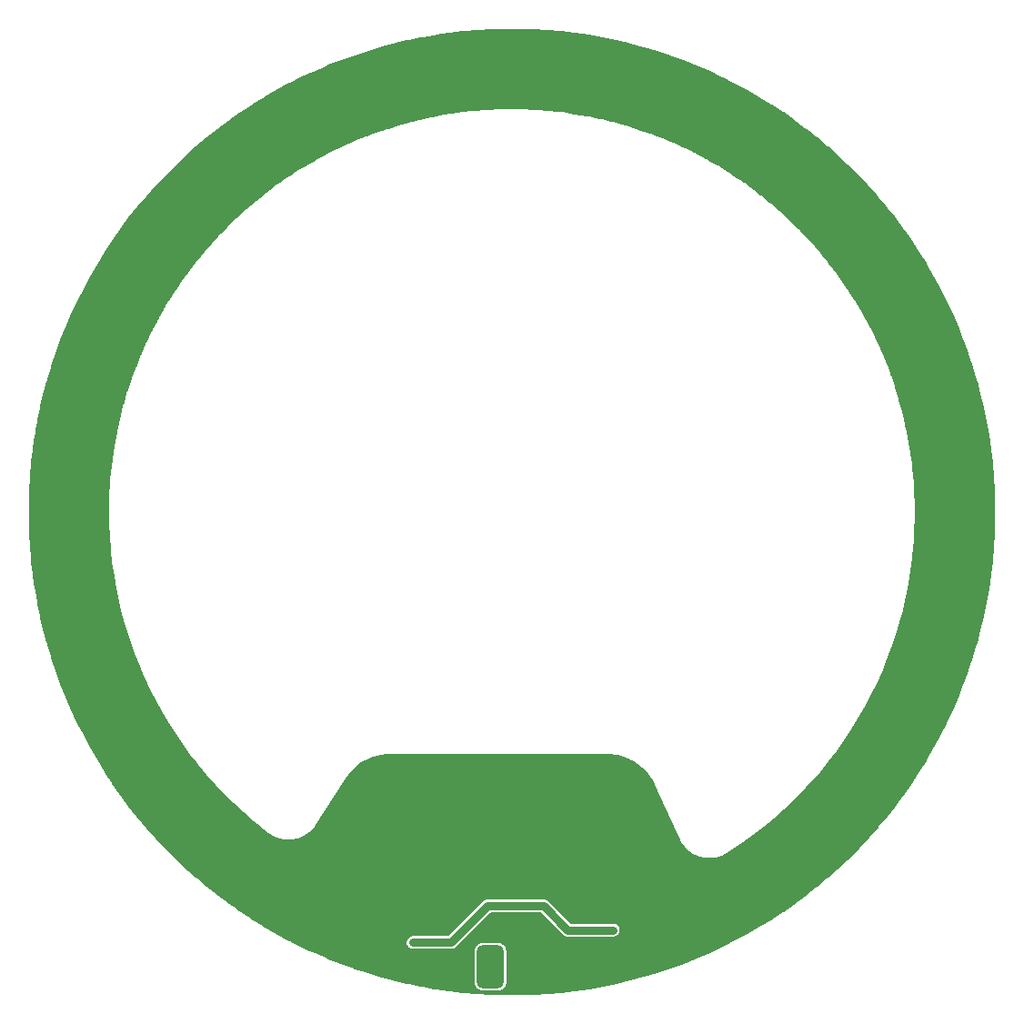
<source format=gbr>
%TF.GenerationSoftware,KiCad,Pcbnew,9.0.6*%
%TF.CreationDate,2026-01-19T13:30:55+08:00*%
%TF.ProjectId,Ledx10,4c656478-3130-42e6-9b69-6361645f7063,rev?*%
%TF.SameCoordinates,Original*%
%TF.FileFunction,Copper,L2,Bot*%
%TF.FilePolarity,Positive*%
%FSLAX46Y46*%
G04 Gerber Fmt 4.6, Leading zero omitted, Abs format (unit mm)*
G04 Created by KiCad (PCBNEW 9.0.6) date 2026-01-19 13:30:55*
%MOMM*%
%LPD*%
G01*
G04 APERTURE LIST*
G04 Aperture macros list*
%AMRoundRect*
0 Rectangle with rounded corners*
0 $1 Rounding radius*
0 $2 $3 $4 $5 $6 $7 $8 $9 X,Y pos of 4 corners*
0 Add a 4 corners polygon primitive as box body*
4,1,4,$2,$3,$4,$5,$6,$7,$8,$9,$2,$3,0*
0 Add four circle primitives for the rounded corners*
1,1,$1+$1,$2,$3*
1,1,$1+$1,$4,$5*
1,1,$1+$1,$6,$7*
1,1,$1+$1,$8,$9*
0 Add four rect primitives between the rounded corners*
20,1,$1+$1,$2,$3,$4,$5,0*
20,1,$1+$1,$4,$5,$6,$7,0*
20,1,$1+$1,$6,$7,$8,$9,0*
20,1,$1+$1,$8,$9,$2,$3,0*%
G04 Aperture macros list end*
%TA.AperFunction,ComponentPad*%
%ADD10RoundRect,0.500000X-0.750000X-1.500000X0.750000X-1.500000X0.750000X1.500000X-0.750000X1.500000X0*%
%TD*%
%TA.AperFunction,ViaPad*%
%ADD11C,0.600000*%
%TD*%
%TA.AperFunction,ViaPad*%
%ADD12C,0.800000*%
%TD*%
%TA.AperFunction,Conductor*%
%ADD13C,0.800000*%
%TD*%
G04 APERTURE END LIST*
D10*
%TO.P,J1,1,Pin_1*%
%TO.N,Net-(D32-A)*%
X121444000Y-122301000D03*
%TO.P,J1,2,Pin_2*%
%TO.N,GND*%
X125444000Y-122301000D03*
%TD*%
D11*
%TO.N,GND*%
X128295400Y-113766600D03*
X128879600Y-114427000D03*
X128905000Y-113817400D03*
X128270000Y-114376200D03*
X122123200Y-110188363D03*
X122123200Y-108789197D03*
X137259876Y-118536558D03*
X137458491Y-119147855D03*
X136794979Y-119363439D03*
X136578672Y-118697698D03*
X136118600Y-119583200D03*
X135902292Y-118917465D03*
X156917889Y-104641577D03*
X156397892Y-104263772D03*
X156807968Y-103699359D03*
X157374280Y-104110813D03*
X157226000Y-103124000D03*
X157792308Y-103535445D03*
X164955343Y-80199649D03*
X164312588Y-80199644D03*
X164312591Y-79501988D03*
X165012595Y-79501992D03*
X164312600Y-78790800D03*
X165012594Y-78790799D03*
X155852136Y-54987724D03*
X156358634Y-54592008D03*
X156788150Y-55141769D03*
X156236540Y-55572731D03*
X157226000Y-55702200D03*
X156674400Y-56133164D03*
X136463313Y-40514875D03*
X136264685Y-41126169D03*
X135601174Y-40910576D03*
X135817493Y-40244839D03*
X134924800Y-40690800D03*
X135141112Y-40025067D03*
X110843876Y-40380758D03*
X111042491Y-40992055D03*
X110378979Y-41207639D03*
X110162672Y-40541898D03*
X109702600Y-41427400D03*
X109486292Y-40761665D03*
X89607889Y-56965777D03*
X89087892Y-56587972D03*
X89497968Y-56023559D03*
X90064280Y-56435013D03*
X89916000Y-55448200D03*
X90482308Y-55859645D03*
X82481543Y-81215649D03*
X81838788Y-81215644D03*
X81838791Y-80517988D03*
X82538795Y-80517992D03*
X81838800Y-79806800D03*
X82538794Y-79806799D03*
X110368682Y-119425926D03*
X110588519Y-118821937D03*
X111244101Y-119060552D03*
X111004682Y-119718338D03*
X111912400Y-119303800D03*
X111672991Y-119961581D03*
X89653847Y-104278534D03*
X90173847Y-103900736D03*
X90017600Y-104876600D03*
X90583914Y-104465152D03*
X90435635Y-105451973D03*
X91001939Y-105040522D03*
D12*
X131191000Y-108407200D03*
D11*
X86588600Y-94767400D03*
X145491200Y-47167800D03*
X82067400Y-90627200D03*
X122529600Y-39598600D03*
X86588600Y-95377000D03*
X121920000Y-39598600D03*
X114731800Y-114681000D03*
X122529600Y-40208200D03*
X84632800Y-70739000D03*
X96520000Y-114147600D03*
X162026600Y-88722200D03*
X83032600Y-65328800D03*
X96520000Y-113538000D03*
X102209600Y-46990000D03*
X161417000Y-88112600D03*
X84632800Y-70129400D03*
X81457800Y-90627200D03*
X122123200Y-109489200D03*
X160350200Y-67360800D03*
X97129600Y-113538000D03*
X101600000Y-46990000D03*
X81457800Y-90017600D03*
X160959800Y-67970400D03*
X82067400Y-90017600D03*
X119354600Y-110083600D03*
X87198200Y-95377000D03*
X87198200Y-94767400D03*
X115366800Y-114122200D03*
X101600000Y-47599600D03*
X162026600Y-88112600D03*
X85242400Y-70129400D03*
X160959800Y-67360800D03*
X82423000Y-65328800D03*
X145491200Y-47777400D03*
X114757200Y-114071400D03*
X160350200Y-67970400D03*
X146100800Y-47777400D03*
X115341400Y-114731800D03*
X146100800Y-47167800D03*
X85242400Y-70739000D03*
X82423000Y-65938400D03*
X83032600Y-65938400D03*
X102209600Y-47599600D03*
X161417000Y-88722200D03*
X97129600Y-114147600D03*
X120548400Y-108331000D03*
X121920000Y-40208200D03*
%TO.N,Net-(D1-K)*%
X132867400Y-118897404D03*
X114249200Y-120040400D03*
X114985800Y-120040400D03*
X132156200Y-118897404D03*
%TD*%
D13*
%TO.N,Net-(D1-K)*%
X128625604Y-118897404D02*
X126365000Y-116636800D01*
X132156200Y-118897404D02*
X132867400Y-118897404D01*
X114985800Y-120040400D02*
X114249200Y-120040400D01*
X132156200Y-118897404D02*
X128625604Y-118897404D01*
X126365000Y-116636800D02*
X121183400Y-116636800D01*
X121183400Y-116636800D02*
X117779800Y-120040400D01*
X117779800Y-120040400D02*
X114985800Y-120040400D01*
%TD*%
%TA.AperFunction,Conductor*%
%TO.N,GND*%
G36*
X124066341Y-34980291D02*
G01*
X124067662Y-34980320D01*
X124185979Y-34982963D01*
X124186060Y-34982965D01*
X125383798Y-35017815D01*
X125386514Y-35017926D01*
X125463326Y-35021932D01*
X126702454Y-35094102D01*
X126705196Y-35094294D01*
X126727167Y-35096098D01*
X126727688Y-35096142D01*
X128010385Y-35208364D01*
X128013869Y-35208719D01*
X129310476Y-35360271D01*
X129314004Y-35360735D01*
X130605597Y-35549926D01*
X130609135Y-35550498D01*
X131894671Y-35777172D01*
X131898127Y-35777833D01*
X133176526Y-36041802D01*
X133180019Y-36042576D01*
X134305655Y-36309356D01*
X134450197Y-36343613D01*
X134453692Y-36344495D01*
X135714551Y-36682341D01*
X135718011Y-36683323D01*
X136968518Y-37057700D01*
X136971958Y-37058785D01*
X138211037Y-37469371D01*
X138214397Y-37470538D01*
X139441079Y-37917015D01*
X139444376Y-37918270D01*
X140645791Y-38395561D01*
X140657506Y-38400215D01*
X140660828Y-38401590D01*
X141859463Y-38918631D01*
X141862676Y-38920073D01*
X143036256Y-39467322D01*
X143045752Y-39471750D01*
X143048992Y-39473319D01*
X144215483Y-40059153D01*
X144218639Y-40060796D01*
X145367653Y-40680340D01*
X145370733Y-40682058D01*
X146501246Y-41334760D01*
X146504306Y-41336587D01*
X147584474Y-42002844D01*
X147584596Y-42002920D01*
X147623262Y-42027073D01*
X147625679Y-42028623D01*
X148646841Y-42700252D01*
X148647496Y-42700685D01*
X148661203Y-42709825D01*
X148726608Y-42753439D01*
X148728838Y-42754963D01*
X149393923Y-43220660D01*
X149698005Y-43433581D01*
X149698717Y-43434084D01*
X149807867Y-43511661D01*
X149810079Y-43513270D01*
X149972737Y-43634364D01*
X150734085Y-44201166D01*
X150734442Y-44201434D01*
X150787532Y-44241599D01*
X150866259Y-44301160D01*
X150868354Y-44302780D01*
X151381212Y-44708295D01*
X151716958Y-44973769D01*
X151751985Y-45001464D01*
X151752736Y-45002064D01*
X151900823Y-45121193D01*
X151902774Y-45122796D01*
X152749965Y-45833674D01*
X152750777Y-45834362D01*
X152858631Y-45926547D01*
X152910668Y-45971024D01*
X152912522Y-45972641D01*
X153676218Y-46652272D01*
X153725976Y-46696552D01*
X153726834Y-46697323D01*
X153786114Y-46751126D01*
X153894983Y-46849938D01*
X153896739Y-46851564D01*
X154678837Y-47589437D01*
X154679777Y-47590333D01*
X154852739Y-47756973D01*
X154854386Y-47758590D01*
X155606946Y-48511150D01*
X155607920Y-48512135D01*
X155783254Y-48691430D01*
X155784793Y-48693032D01*
X156172806Y-49104300D01*
X156509223Y-49460881D01*
X156510158Y-49461884D01*
X156685705Y-49652430D01*
X156687139Y-49654013D01*
X157384496Y-50437629D01*
X157385523Y-50438798D01*
X157559193Y-50638949D01*
X157560524Y-50640509D01*
X158231826Y-51440535D01*
X158232873Y-51441800D01*
X158403134Y-51650251D01*
X158404366Y-51651783D01*
X159050132Y-52468487D01*
X159051193Y-52469848D01*
X159216765Y-52685348D01*
X159217899Y-52686848D01*
X159838738Y-53520780D01*
X159839810Y-53522242D01*
X159999266Y-53743094D01*
X160000306Y-53744557D01*
X160596743Y-54596358D01*
X160597819Y-54597920D01*
X160750041Y-54822556D01*
X160750990Y-54823978D01*
X161323354Y-55694214D01*
X161324431Y-55695879D01*
X161387553Y-55795278D01*
X161422395Y-55850144D01*
X161468403Y-55922592D01*
X161469239Y-55923927D01*
X161472435Y-55929109D01*
X162017921Y-56813479D01*
X162018992Y-56815248D01*
X162153812Y-57042212D01*
X162154589Y-57043540D01*
X162679689Y-57953039D01*
X162680750Y-57954914D01*
X162805544Y-58180004D01*
X162806241Y-58181278D01*
X163308047Y-59111934D01*
X163309092Y-59113915D01*
X163423206Y-59335020D01*
X163423826Y-59336239D01*
X163902369Y-60289096D01*
X163903393Y-60291183D01*
X164006088Y-60505596D01*
X164006636Y-60506755D01*
X164462151Y-61483613D01*
X164463149Y-61485808D01*
X164553766Y-61690430D01*
X164554245Y-61691526D01*
X164986814Y-62694334D01*
X164987779Y-62696635D01*
X165065794Y-62887993D01*
X165066209Y-62889024D01*
X165475864Y-63920189D01*
X165476792Y-63922598D01*
X165541636Y-64096271D01*
X165541991Y-64097233D01*
X165928867Y-65160163D01*
X165929752Y-65162679D01*
X165981026Y-65313575D01*
X165981325Y-65314467D01*
X166345377Y-66413116D01*
X166346214Y-66415737D01*
X166383446Y-66537049D01*
X166383694Y-66537867D01*
X166725046Y-67678063D01*
X166725828Y-67680791D01*
X166748571Y-67763610D01*
X166748773Y-67764352D01*
X167067466Y-68953726D01*
X167068189Y-68956560D01*
X167076178Y-68989460D01*
X167076338Y-68990124D01*
X167371044Y-70233590D01*
X167371824Y-70237111D01*
X167635781Y-71515453D01*
X167636459Y-71518996D01*
X167863123Y-72804477D01*
X167863698Y-72808037D01*
X168052884Y-74099595D01*
X168053355Y-74103171D01*
X168204898Y-75399702D01*
X168205264Y-75403291D01*
X168319029Y-76703632D01*
X168319291Y-76707229D01*
X168395187Y-78010325D01*
X168395345Y-78013928D01*
X168433312Y-79318743D01*
X168433364Y-79322350D01*
X168433364Y-80627649D01*
X168433312Y-80631256D01*
X168395345Y-81936071D01*
X168395187Y-81939674D01*
X168319291Y-83242770D01*
X168319029Y-83246367D01*
X168205264Y-84546708D01*
X168204898Y-84550297D01*
X168053355Y-85846828D01*
X168052884Y-85850404D01*
X167863698Y-87141962D01*
X167863123Y-87145522D01*
X167636459Y-88431003D01*
X167635781Y-88434546D01*
X167371824Y-89712888D01*
X167371044Y-89716409D01*
X167076338Y-90959874D01*
X167076178Y-90960538D01*
X167068189Y-90993438D01*
X167067466Y-90996272D01*
X166748773Y-92185646D01*
X166748571Y-92186388D01*
X166725828Y-92269207D01*
X166725046Y-92271935D01*
X166383694Y-93412131D01*
X166383446Y-93412949D01*
X166346214Y-93534261D01*
X166345377Y-93536882D01*
X165981325Y-94635531D01*
X165981026Y-94636423D01*
X165929752Y-94787319D01*
X165928867Y-94789835D01*
X165541991Y-95852765D01*
X165541636Y-95853727D01*
X165476799Y-96027382D01*
X165475871Y-96029790D01*
X165066209Y-97060973D01*
X165065794Y-97062005D01*
X164987779Y-97253363D01*
X164986814Y-97255664D01*
X164554245Y-98258472D01*
X164553766Y-98259568D01*
X164463149Y-98464190D01*
X164462151Y-98466385D01*
X164006636Y-99443243D01*
X164006088Y-99444402D01*
X163903393Y-99658815D01*
X163902369Y-99660902D01*
X163423845Y-100613723D01*
X163423225Y-100614942D01*
X163309092Y-100836083D01*
X163308047Y-100838064D01*
X162806241Y-101768720D01*
X162805544Y-101769994D01*
X162680750Y-101995084D01*
X162679689Y-101996959D01*
X162154589Y-102906458D01*
X162153812Y-102907786D01*
X162018992Y-103134750D01*
X162017921Y-103136519D01*
X161469265Y-104026029D01*
X161468403Y-104027406D01*
X161324431Y-104254119D01*
X161323354Y-104255784D01*
X160750990Y-105126020D01*
X160750041Y-105127442D01*
X160597819Y-105352078D01*
X160596743Y-105353640D01*
X160000306Y-106205441D01*
X159999266Y-106206904D01*
X159839810Y-106427756D01*
X159838738Y-106429218D01*
X159217899Y-107263150D01*
X159216765Y-107264650D01*
X159051193Y-107480150D01*
X159050132Y-107481511D01*
X158404366Y-108298215D01*
X158403134Y-108299747D01*
X158232873Y-108508198D01*
X158231826Y-108509463D01*
X157560524Y-109309489D01*
X157559193Y-109311049D01*
X157385523Y-109511200D01*
X157384496Y-109512369D01*
X156687139Y-110295985D01*
X156685705Y-110297568D01*
X156510158Y-110488114D01*
X156509155Y-110489190D01*
X155784793Y-111256966D01*
X155783254Y-111258568D01*
X155607920Y-111437863D01*
X155606946Y-111438848D01*
X154854386Y-112191408D01*
X154852739Y-112193025D01*
X154679777Y-112359665D01*
X154678837Y-112360561D01*
X153896739Y-113098434D01*
X153894983Y-113100060D01*
X153726879Y-113252635D01*
X153725976Y-113253446D01*
X152912536Y-113977345D01*
X152910668Y-113978974D01*
X152750826Y-114115595D01*
X152749965Y-114116324D01*
X151902774Y-114827202D01*
X151900792Y-114828830D01*
X151752800Y-114947883D01*
X151751985Y-114948534D01*
X150868354Y-115647218D01*
X150866259Y-115648838D01*
X150734640Y-115748415D01*
X150733874Y-115748990D01*
X149810079Y-116436728D01*
X149807867Y-116438337D01*
X149698717Y-116515914D01*
X149698005Y-116516417D01*
X148728888Y-117195001D01*
X148726558Y-117196593D01*
X148647496Y-117249313D01*
X148646841Y-117249746D01*
X147625679Y-117921375D01*
X147623234Y-117922943D01*
X147584795Y-117946954D01*
X147584198Y-117947324D01*
X146504324Y-118613401D01*
X146501227Y-118615250D01*
X145370768Y-119267921D01*
X145367618Y-119269679D01*
X144218660Y-119889192D01*
X144215461Y-119890857D01*
X143048998Y-120476677D01*
X143045752Y-120478249D01*
X141862715Y-121029908D01*
X141859424Y-121031385D01*
X140660838Y-121548404D01*
X140657506Y-121549784D01*
X139444413Y-122031715D01*
X139441042Y-122032998D01*
X138214421Y-122479452D01*
X138211014Y-122480636D01*
X136971958Y-122891214D01*
X136968518Y-122892299D01*
X135718011Y-123266676D01*
X135714541Y-123267660D01*
X134453695Y-123605503D01*
X134450197Y-123606386D01*
X133180033Y-123907420D01*
X133176512Y-123908200D01*
X131898170Y-124172157D01*
X131894627Y-124172835D01*
X130609146Y-124399499D01*
X130605586Y-124400074D01*
X129314028Y-124589260D01*
X129310452Y-124589731D01*
X128013921Y-124741274D01*
X128010332Y-124741640D01*
X126727731Y-124853852D01*
X126727072Y-124853908D01*
X126705298Y-124855696D01*
X126702360Y-124855902D01*
X125463817Y-124928038D01*
X125463066Y-124928080D01*
X125386585Y-124932069D01*
X125383733Y-124932185D01*
X124186408Y-124967024D01*
X124185571Y-124967045D01*
X124066341Y-124969709D01*
X124063571Y-124969740D01*
X122900126Y-124969740D01*
X122899203Y-124969737D01*
X122898394Y-124969730D01*
X122745800Y-124968593D01*
X122743119Y-124968544D01*
X121607568Y-124935504D01*
X121606559Y-124935470D01*
X121426139Y-124928751D01*
X121423544Y-124928627D01*
X120311973Y-124863886D01*
X120310881Y-124863818D01*
X120108442Y-124850234D01*
X120105937Y-124850040D01*
X119014875Y-124754584D01*
X119013700Y-124754476D01*
X118794059Y-124733153D01*
X118791646Y-124732895D01*
X117718349Y-124607445D01*
X117717092Y-124607291D01*
X117483990Y-124577631D01*
X117481670Y-124577314D01*
X116424391Y-124422445D01*
X116423057Y-124422242D01*
X116179337Y-124383827D01*
X116177111Y-124383455D01*
X115134387Y-124199595D01*
X115132974Y-124199338D01*
X114881376Y-124151964D01*
X114879246Y-124151543D01*
X113849547Y-123938927D01*
X113848059Y-123938610D01*
X113591384Y-123882319D01*
X113589351Y-123881856D01*
X112571589Y-123640642D01*
X112570027Y-123640261D01*
X112310204Y-123575114D01*
X112308268Y-123574612D01*
X111301640Y-123304887D01*
X111300009Y-123304438D01*
X111039279Y-123230747D01*
X111037440Y-123230212D01*
X110041061Y-122931916D01*
X110039362Y-122931394D01*
X109779575Y-122849543D01*
X109777834Y-122848980D01*
X108791088Y-122522008D01*
X108789324Y-122521409D01*
X108532391Y-122431964D01*
X108530748Y-122431379D01*
X107552777Y-122075426D01*
X107550952Y-122074745D01*
X107298899Y-121978494D01*
X107297353Y-121977892D01*
X106327567Y-121592621D01*
X106325683Y-121591855D01*
X106080047Y-121489573D01*
X106078599Y-121488959D01*
X105116416Y-121073913D01*
X105114477Y-121073057D01*
X104877179Y-120965849D01*
X104875827Y-120965228D01*
X104402228Y-120744386D01*
X119993500Y-120744386D01*
X119993500Y-123857613D01*
X119999913Y-123928192D01*
X119999913Y-123928194D01*
X119999914Y-123928196D01*
X120050522Y-124090606D01*
X120116408Y-124199595D01*
X120138530Y-124236188D01*
X120258811Y-124356469D01*
X120258813Y-124356470D01*
X120258815Y-124356472D01*
X120404394Y-124444478D01*
X120566804Y-124495086D01*
X120637384Y-124501500D01*
X120637387Y-124501500D01*
X122250613Y-124501500D01*
X122250616Y-124501500D01*
X122321196Y-124495086D01*
X122483606Y-124444478D01*
X122629185Y-124356472D01*
X122749472Y-124236185D01*
X122837478Y-124090606D01*
X122888086Y-123928196D01*
X122894500Y-123857616D01*
X122894500Y-120744384D01*
X122888086Y-120673804D01*
X122837478Y-120511394D01*
X122749472Y-120365815D01*
X122749470Y-120365813D01*
X122749469Y-120365811D01*
X122629188Y-120245530D01*
X122483606Y-120157522D01*
X122321196Y-120106914D01*
X122321194Y-120106913D01*
X122321192Y-120106913D01*
X122271778Y-120102423D01*
X122250616Y-120100500D01*
X120637384Y-120100500D01*
X120618145Y-120102248D01*
X120566807Y-120106913D01*
X120404393Y-120157522D01*
X120258811Y-120245530D01*
X120138530Y-120365811D01*
X120050522Y-120511393D01*
X119999913Y-120673807D01*
X119993500Y-120744386D01*
X104402228Y-120744386D01*
X103920478Y-120519743D01*
X103918488Y-120518793D01*
X103691489Y-120407984D01*
X103690233Y-120407362D01*
X103006595Y-120064026D01*
X102802136Y-119961343D01*
X113648700Y-119961343D01*
X113648700Y-120119457D01*
X113658900Y-120157522D01*
X113689623Y-120272183D01*
X113689626Y-120272190D01*
X113768675Y-120409109D01*
X113768678Y-120409113D01*
X113768680Y-120409116D01*
X113880484Y-120520920D01*
X113880486Y-120520921D01*
X113880490Y-120520924D01*
X113959182Y-120566356D01*
X114017416Y-120599977D01*
X114170143Y-120640900D01*
X114906743Y-120640900D01*
X117693131Y-120640900D01*
X117693147Y-120640901D01*
X117700743Y-120640901D01*
X117858854Y-120640901D01*
X117858857Y-120640901D01*
X118011585Y-120599977D01*
X118061704Y-120571039D01*
X118148516Y-120520920D01*
X118260320Y-120409116D01*
X118260320Y-120409114D01*
X118270528Y-120398907D01*
X118270529Y-120398904D01*
X121395816Y-117273619D01*
X121457139Y-117240134D01*
X121483497Y-117237300D01*
X126064903Y-117237300D01*
X126131942Y-117256985D01*
X126152584Y-117273619D01*
X128140743Y-119261778D01*
X128140753Y-119261789D01*
X128145083Y-119266119D01*
X128145084Y-119266120D01*
X128256888Y-119377924D01*
X128343699Y-119428043D01*
X128343701Y-119428045D01*
X128381755Y-119450015D01*
X128393819Y-119456981D01*
X128546547Y-119497905D01*
X128546550Y-119497905D01*
X128712257Y-119497905D01*
X128712273Y-119497904D01*
X132946455Y-119497904D01*
X132946457Y-119497904D01*
X133099184Y-119456981D01*
X133236116Y-119377924D01*
X133347920Y-119266120D01*
X133426977Y-119129188D01*
X133467900Y-118976461D01*
X133467900Y-118818347D01*
X133426977Y-118665620D01*
X133405021Y-118627590D01*
X133347924Y-118528694D01*
X133347918Y-118528686D01*
X133236117Y-118416885D01*
X133236109Y-118416879D01*
X133099190Y-118337830D01*
X133099186Y-118337828D01*
X133099184Y-118337827D01*
X132946457Y-118296904D01*
X132946456Y-118296904D01*
X128925701Y-118296904D01*
X128858662Y-118277219D01*
X128838020Y-118260585D01*
X126852590Y-116275155D01*
X126852588Y-116275152D01*
X126733717Y-116156281D01*
X126733716Y-116156280D01*
X126646904Y-116106160D01*
X126646904Y-116106159D01*
X126646900Y-116106158D01*
X126596785Y-116077223D01*
X126444057Y-116036299D01*
X126285943Y-116036299D01*
X126278347Y-116036299D01*
X126278331Y-116036300D01*
X121262457Y-116036300D01*
X121104342Y-116036300D01*
X120951615Y-116077223D01*
X120951614Y-116077223D01*
X120951612Y-116077224D01*
X120951609Y-116077225D01*
X120901496Y-116106159D01*
X120901495Y-116106160D01*
X120858089Y-116131220D01*
X120814685Y-116156279D01*
X120814682Y-116156281D01*
X120702880Y-116268084D01*
X120702878Y-116268086D01*
X119119669Y-117851296D01*
X117567384Y-119403581D01*
X117506061Y-119437066D01*
X117479703Y-119439900D01*
X114170143Y-119439900D01*
X114017416Y-119480823D01*
X114017409Y-119480826D01*
X113880490Y-119559875D01*
X113880482Y-119559881D01*
X113768681Y-119671682D01*
X113768675Y-119671690D01*
X113689626Y-119808609D01*
X113689623Y-119808616D01*
X113648700Y-119961343D01*
X102802136Y-119961343D01*
X102740874Y-119930576D01*
X102738836Y-119929530D01*
X102524237Y-119816743D01*
X102523075Y-119816124D01*
X101578589Y-119306861D01*
X101576509Y-119305713D01*
X101376513Y-119192877D01*
X101375444Y-119192267D01*
X100434860Y-118649220D01*
X100432741Y-118647969D01*
X100399009Y-118627590D01*
X100249435Y-118537228D01*
X100248721Y-118536792D01*
X99310571Y-117958132D01*
X99308501Y-117956827D01*
X99145022Y-117851296D01*
X99144135Y-117850718D01*
X98206779Y-117234209D01*
X98204644Y-117232772D01*
X98064158Y-117136039D01*
X98063358Y-117135483D01*
X97758391Y-116921943D01*
X97124488Y-116478079D01*
X97122297Y-116476510D01*
X97068053Y-116436728D01*
X97008668Y-116393175D01*
X97008087Y-116392745D01*
X96064615Y-115690357D01*
X96062390Y-115688661D01*
X95980758Y-115624970D01*
X95980126Y-115624474D01*
X95028119Y-114871724D01*
X95025873Y-114869905D01*
X94982593Y-114834013D01*
X94982042Y-114833554D01*
X94126411Y-114115595D01*
X94016569Y-114023426D01*
X94013851Y-114021077D01*
X93311390Y-113395940D01*
X140428124Y-113395940D01*
X140428124Y-113395941D01*
X140428124Y-113404639D01*
X140434275Y-113410790D01*
X140442973Y-113410790D01*
X140449124Y-113404639D01*
X140449124Y-113395941D01*
X140442973Y-113389790D01*
X140434275Y-113389790D01*
X140434274Y-113389790D01*
X140428124Y-113395940D01*
X93311390Y-113395940D01*
X93038729Y-113153293D01*
X93036081Y-113150866D01*
X92980506Y-113098434D01*
X92086625Y-112255099D01*
X92084038Y-112252586D01*
X91523546Y-111692094D01*
X103428124Y-111692094D01*
X103428124Y-111692095D01*
X103428124Y-111700793D01*
X103434275Y-111706944D01*
X103442973Y-111706944D01*
X103449124Y-111700793D01*
X103449124Y-111692095D01*
X103442973Y-111685944D01*
X103434275Y-111685944D01*
X103434274Y-111685944D01*
X103428124Y-111692094D01*
X91523546Y-111692094D01*
X91161037Y-111329585D01*
X91158524Y-111326998D01*
X90988413Y-111146691D01*
X90262744Y-110377528D01*
X90260320Y-110374883D01*
X90248174Y-110361235D01*
X89480503Y-109498608D01*
X89392529Y-109399752D01*
X89390171Y-109397023D01*
X88551137Y-108397102D01*
X88548858Y-108394305D01*
X88472880Y-108298215D01*
X87739215Y-107370345D01*
X87737055Y-107367529D01*
X86957543Y-106320462D01*
X86955440Y-106317550D01*
X86876940Y-106205441D01*
X86206731Y-105248282D01*
X86204706Y-105245298D01*
X85629319Y-104370465D01*
X85487416Y-104154712D01*
X85485484Y-104151679D01*
X84800211Y-103040682D01*
X84798373Y-103037603D01*
X84145682Y-101907109D01*
X84143964Y-101904029D01*
X83524420Y-100755015D01*
X83522766Y-100751837D01*
X82973829Y-99658815D01*
X82936943Y-99585368D01*
X82935374Y-99582128D01*
X82911087Y-99530045D01*
X82383697Y-98399052D01*
X82382255Y-98395839D01*
X81956350Y-97408479D01*
X81868090Y-97203868D01*
X81867838Y-97203279D01*
X81864371Y-97195126D01*
X81863262Y-97192430D01*
X81401482Y-96030059D01*
X81401272Y-96029525D01*
X81400435Y-96027382D01*
X81376956Y-95967244D01*
X81376007Y-95964728D01*
X80963631Y-94831738D01*
X80963493Y-94831353D01*
X80925880Y-94725846D01*
X80925006Y-94723303D01*
X80557035Y-93612831D01*
X80556814Y-93612154D01*
X80531633Y-93534261D01*
X80511518Y-93472036D01*
X80510715Y-93469458D01*
X80493552Y-93412131D01*
X80183446Y-92376302D01*
X80183174Y-92375378D01*
X80134177Y-92206824D01*
X80133473Y-92204305D01*
X79844136Y-91124487D01*
X79843953Y-91123791D01*
X79794143Y-90931221D01*
X79793577Y-90928940D01*
X79540141Y-89859608D01*
X79539935Y-89858714D01*
X79491749Y-89646559D01*
X79491286Y-89644426D01*
X79272139Y-88583094D01*
X79272054Y-88582672D01*
X79227228Y-88353982D01*
X79226821Y-88351790D01*
X79040902Y-87297387D01*
X79040677Y-87296073D01*
X79000778Y-87054641D01*
X79000454Y-87052565D01*
X78846694Y-86002860D01*
X78846526Y-86001661D01*
X78812539Y-85749543D01*
X78812298Y-85747633D01*
X78690051Y-84701741D01*
X78689889Y-84700273D01*
X78662675Y-84440109D01*
X78662474Y-84438016D01*
X78630318Y-84070473D01*
X78571229Y-83395084D01*
X78571116Y-83393700D01*
X78551233Y-83127115D01*
X78551118Y-83125372D01*
X78490474Y-82084136D01*
X78490396Y-82082619D01*
X78478320Y-81812448D01*
X78478250Y-81810565D01*
X78447982Y-80770313D01*
X78447949Y-80768814D01*
X78443898Y-80496691D01*
X78443884Y-80494845D01*
X78443884Y-79810181D01*
X85933517Y-79810181D01*
X85947989Y-81029765D01*
X86002113Y-82248297D01*
X86095827Y-83464374D01*
X86229035Y-84676774D01*
X86401600Y-85884239D01*
X86613327Y-87085396D01*
X86613330Y-87085410D01*
X86864008Y-88279076D01*
X86882301Y-88353982D01*
X87153363Y-89463947D01*
X87481105Y-90638820D01*
X87846858Y-91802357D01*
X87846865Y-91802378D01*
X88118337Y-92576989D01*
X88250276Y-92953459D01*
X88690891Y-94090784D01*
X89168252Y-95213169D01*
X89168258Y-95213183D01*
X89335378Y-95573150D01*
X89681863Y-96319459D01*
X89857804Y-96668259D01*
X90231185Y-97408479D01*
X90231195Y-97408497D01*
X90815608Y-98479028D01*
X90815616Y-98479042D01*
X90815619Y-98479047D01*
X91434555Y-99530045D01*
X91760604Y-100044662D01*
X92087341Y-100560366D01*
X92773273Y-101568899D01*
X92773279Y-101568907D01*
X93491651Y-102554615D01*
X93491660Y-102554626D01*
X93491664Y-102554632D01*
X94065063Y-103289938D01*
X94241694Y-103516442D01*
X94684784Y-104048050D01*
X95022621Y-104453378D01*
X95160024Y-104607735D01*
X95833592Y-105364415D01*
X95863393Y-105395777D01*
X96673759Y-106248603D01*
X97542242Y-107105014D01*
X98438102Y-107932721D01*
X99360391Y-108730851D01*
X99951104Y-109209350D01*
X100308177Y-109498594D01*
X100308188Y-109498602D01*
X100308195Y-109498608D01*
X100753464Y-109835906D01*
X100753497Y-109835951D01*
X100753504Y-109835944D01*
X100794284Y-109866859D01*
X100794284Y-109866860D01*
X100925310Y-109966192D01*
X100925313Y-109966194D01*
X100925316Y-109966196D01*
X101064912Y-110049649D01*
X101207563Y-110134929D01*
X101307150Y-110180521D01*
X101506555Y-110271812D01*
X101506560Y-110271813D01*
X101506563Y-110271815D01*
X101560415Y-110289651D01*
X101562299Y-110290479D01*
X101570128Y-110292869D01*
X101818730Y-110375211D01*
X101888642Y-110390138D01*
X101898970Y-110393293D01*
X101928146Y-110398573D01*
X102140325Y-110443879D01*
X102226743Y-110452626D01*
X102245361Y-110455997D01*
X102283086Y-110458330D01*
X102467498Y-110476997D01*
X102467510Y-110476996D01*
X102467512Y-110476997D01*
X102475696Y-110476926D01*
X102570524Y-110476110D01*
X102596710Y-110477731D01*
X102635976Y-110475547D01*
X102796330Y-110474168D01*
X102915789Y-110459995D01*
X102948188Y-110458195D01*
X102984715Y-110451818D01*
X103122885Y-110435426D01*
X103258426Y-110404037D01*
X103294964Y-110397659D01*
X103326055Y-110388375D01*
X103443251Y-110361235D01*
X103443261Y-110361231D01*
X103443270Y-110361229D01*
X103512775Y-110336871D01*
X103594576Y-110308206D01*
X103632272Y-110296953D01*
X103656358Y-110286556D01*
X103753592Y-110252483D01*
X103920769Y-110172440D01*
X103955476Y-110157462D01*
X103971845Y-110147985D01*
X104050193Y-110110473D01*
X104234470Y-109995958D01*
X104260133Y-109981104D01*
X104268771Y-109974643D01*
X104329501Y-109936905D01*
X104535475Y-109775223D01*
X104542057Y-109770302D01*
X104543542Y-109768890D01*
X104588172Y-109733858D01*
X104823108Y-109503762D01*
X104910546Y-109397023D01*
X105031488Y-109249384D01*
X105031489Y-109249382D01*
X105031496Y-109249374D01*
X105121117Y-109111524D01*
X105121120Y-109111526D01*
X105121137Y-109111492D01*
X105121390Y-109111105D01*
X105121389Y-109111104D01*
X107958637Y-104750517D01*
X107961498Y-104746315D01*
X108176092Y-104444608D01*
X108179668Y-104439831D01*
X108234308Y-104370465D01*
X108236896Y-104367293D01*
X108448266Y-104116893D01*
X108452874Y-104111736D01*
X108504715Y-104056924D01*
X108506771Y-104054807D01*
X108748433Y-103812424D01*
X108754112Y-103807080D01*
X108788343Y-103776882D01*
X108789925Y-103775514D01*
X109070950Y-103536853D01*
X109079027Y-103530549D01*
X109407330Y-103295560D01*
X109415915Y-103289938D01*
X109762534Y-103082917D01*
X109771542Y-103078032D01*
X110134097Y-102900400D01*
X110143473Y-102896279D01*
X110519485Y-102749250D01*
X110529176Y-102745916D01*
X110882493Y-102640516D01*
X110884528Y-102639929D01*
X110928469Y-102627717D01*
X110936053Y-102625868D01*
X111270976Y-102555503D01*
X111274029Y-102554904D01*
X111348113Y-102541367D01*
X111354941Y-102540317D01*
X111680125Y-102499703D01*
X111684214Y-102499263D01*
X111772121Y-102491297D01*
X111778068Y-102490904D01*
X112147165Y-102475605D01*
X112152300Y-102475500D01*
X132225627Y-102475500D01*
X132230679Y-102475602D01*
X132594818Y-102490453D01*
X132600554Y-102490823D01*
X132684286Y-102498194D01*
X132688515Y-102498639D01*
X133009122Y-102538048D01*
X133015570Y-102539016D01*
X133089570Y-102552147D01*
X133092792Y-102552766D01*
X133419214Y-102620244D01*
X133426305Y-102621931D01*
X133480951Y-102636669D01*
X133483406Y-102637361D01*
X133821835Y-102736657D01*
X133829546Y-102739197D01*
X133847038Y-102745607D01*
X133848630Y-102746205D01*
X134205820Y-102883487D01*
X134215064Y-102887480D01*
X134254505Y-102906458D01*
X134573219Y-103059816D01*
X134582136Y-103064563D01*
X134925068Y-103265502D01*
X134933550Y-103270948D01*
X135125103Y-103405274D01*
X135258963Y-103499143D01*
X135266992Y-103505276D01*
X135471733Y-103675328D01*
X135572733Y-103759215D01*
X135580240Y-103765985D01*
X135853597Y-104033527D01*
X135854975Y-104034898D01*
X135867998Y-104048050D01*
X135873550Y-104054038D01*
X136104642Y-104320405D01*
X136106402Y-104322480D01*
X136142424Y-104365889D01*
X136146971Y-104371714D01*
X136344078Y-104640320D01*
X136346109Y-104643170D01*
X136388761Y-104704872D01*
X136392373Y-104710408D01*
X136561597Y-104985481D01*
X136563775Y-104989162D01*
X136605285Y-105062163D01*
X136608047Y-105067296D01*
X136758966Y-105364418D01*
X136772582Y-105391223D01*
X136774773Y-105395764D01*
X138776796Y-109770302D01*
X139088025Y-110450356D01*
X139088075Y-110450425D01*
X139144248Y-110573175D01*
X139144250Y-110573180D01*
X139225527Y-110710120D01*
X139307410Y-110848082D01*
X139402679Y-110975485D01*
X139498845Y-111104088D01*
X139498850Y-111104094D01*
X139532203Y-111140004D01*
X139534597Y-111142582D01*
X139535088Y-111143219D01*
X139537504Y-111145712D01*
X139538371Y-111146645D01*
X139538415Y-111146691D01*
X139710833Y-111332321D01*
X139716400Y-111338314D01*
X139766037Y-111381485D01*
X139772213Y-111387857D01*
X139792749Y-111404718D01*
X139957604Y-111548099D01*
X140022800Y-111593608D01*
X140035526Y-111604057D01*
X140065919Y-111623706D01*
X140219730Y-111731072D01*
X140298100Y-111774188D01*
X140301957Y-111776310D01*
X140321638Y-111789034D01*
X140356606Y-111806376D01*
X140499811Y-111885162D01*
X140600349Y-111927258D01*
X140626863Y-111940407D01*
X140662623Y-111953332D01*
X140794678Y-112008625D01*
X140914729Y-112044461D01*
X140947273Y-112056226D01*
X140980937Y-112064225D01*
X141100991Y-112100063D01*
X141241748Y-112126208D01*
X141278740Y-112135000D01*
X141308105Y-112138533D01*
X141415286Y-112158442D01*
X141578260Y-112171051D01*
X141616999Y-112175715D01*
X141640423Y-112175860D01*
X141734004Y-112183101D01*
X141921507Y-112177620D01*
X141957692Y-112177847D01*
X141974059Y-112176084D01*
X142053538Y-112173761D01*
X142270003Y-112144213D01*
X142296433Y-112141368D01*
X142305091Y-112139423D01*
X142370271Y-112130527D01*
X142625491Y-112067502D01*
X142628860Y-112066747D01*
X142629618Y-112066483D01*
X142680619Y-112053889D01*
X142680623Y-112053887D01*
X142680629Y-112053886D01*
X142981060Y-111944717D01*
X142981060Y-111944716D01*
X142981068Y-111944714D01*
X143268219Y-111804238D01*
X143403518Y-111719141D01*
X143403941Y-111718875D01*
X143403940Y-111718874D01*
X143919763Y-111394471D01*
X144930581Y-110711883D01*
X145918669Y-109996789D01*
X146882982Y-109249943D01*
X147822500Y-108472136D01*
X148736231Y-107664191D01*
X149623206Y-106826962D01*
X150482489Y-105961334D01*
X150824359Y-105593770D01*
X151313171Y-105068224D01*
X152109017Y-104154721D01*
X152114372Y-104148574D01*
X152885246Y-103203359D01*
X153624977Y-102233578D01*
X154332784Y-101240256D01*
X155007917Y-100224444D01*
X155649662Y-99187216D01*
X155649669Y-99187205D01*
X156257343Y-98129666D01*
X156722426Y-97255664D01*
X156830311Y-97052923D01*
X157367966Y-95958115D01*
X157869738Y-94846403D01*
X158335095Y-93718963D01*
X158763546Y-92576987D01*
X159154638Y-91421684D01*
X159507956Y-90254274D01*
X159823128Y-89075994D01*
X160099819Y-87888088D01*
X160337738Y-86691813D01*
X160536633Y-85488435D01*
X160696292Y-84279226D01*
X160816548Y-83065464D01*
X160831282Y-82843331D01*
X160831437Y-82841671D01*
X160831874Y-82834402D01*
X160897274Y-81848435D01*
X160904887Y-81622673D01*
X160905035Y-81619531D01*
X160905223Y-81616414D01*
X160905760Y-81596796D01*
X160938383Y-80629423D01*
X160938659Y-80397090D01*
X160938871Y-80389399D01*
X160938705Y-80358354D01*
X160939833Y-79409720D01*
X160932452Y-79174251D01*
X160932394Y-79171055D01*
X160932346Y-79161940D01*
X160930772Y-79120595D01*
X160930756Y-79120159D01*
X160901621Y-78190614D01*
X160886175Y-77949058D01*
X160885654Y-77935351D01*
X160882037Y-77884340D01*
X160823789Y-76973396D01*
X160800171Y-76729106D01*
X160799919Y-76726084D01*
X160798846Y-76710948D01*
X160792655Y-76651354D01*
X160792654Y-76651348D01*
X160706419Y-75759352D01*
X160674045Y-75509590D01*
X160672015Y-75490042D01*
X160662785Y-75422724D01*
X160549634Y-74549767D01*
X160508612Y-74297852D01*
X160508157Y-74294812D01*
X160505296Y-74273940D01*
X160492675Y-74199961D01*
X160492530Y-74199091D01*
X160476498Y-74100635D01*
X160353601Y-73345919D01*
X160303160Y-73089111D01*
X160298868Y-73063946D01*
X160282404Y-72983436D01*
X160118526Y-72149082D01*
X160058984Y-71890675D01*
X160058365Y-71887827D01*
X160052952Y-71861355D01*
X160032427Y-71775416D01*
X160032374Y-71775193D01*
X159844659Y-70960522D01*
X159775491Y-70699449D01*
X159775491Y-70699448D01*
X159775099Y-70697971D01*
X159767812Y-70667457D01*
X159742965Y-70576683D01*
X159742872Y-70576329D01*
X159742815Y-70576118D01*
X159532289Y-69781496D01*
X159453237Y-69518040D01*
X159452405Y-69515139D01*
X159443753Y-69483529D01*
X159414504Y-69388943D01*
X159414230Y-69388044D01*
X159181747Y-68613250D01*
X159092086Y-68346299D01*
X159081122Y-68310841D01*
X159047113Y-68212400D01*
X158793403Y-67457020D01*
X158693860Y-67189773D01*
X158692868Y-67187007D01*
X158680309Y-67150653D01*
X158641750Y-67049857D01*
X158641364Y-67048835D01*
X158367668Y-66314029D01*
X158257018Y-66044135D01*
X158241739Y-66004194D01*
X158198156Y-65900562D01*
X157904992Y-65185486D01*
X157784107Y-64915951D01*
X157783042Y-64913498D01*
X157765887Y-64872707D01*
X157765882Y-64872695D01*
X157754202Y-64847284D01*
X157717545Y-64767531D01*
X157717303Y-64766998D01*
X157405864Y-64072585D01*
X157273465Y-63801358D01*
X157253261Y-63757399D01*
X157199891Y-63650638D01*
X157024165Y-63290652D01*
X156870818Y-62976510D01*
X156773634Y-62792828D01*
X156727935Y-62706453D01*
X156726654Y-62703963D01*
X156704413Y-62659473D01*
X156704409Y-62659464D01*
X156646443Y-62552417D01*
X156645879Y-62551362D01*
X156348790Y-61989849D01*
X156300404Y-61898396D01*
X156145578Y-61627463D01*
X156119920Y-61580079D01*
X156056864Y-61472221D01*
X155695241Y-60839408D01*
X155529735Y-60570481D01*
X155528308Y-60568101D01*
X155500431Y-60520417D01*
X155500430Y-60520415D01*
X155500421Y-60520400D01*
X155432774Y-60412922D01*
X155432327Y-60412204D01*
X155055963Y-59800657D01*
X155055955Y-59800644D01*
X154878925Y-59532905D01*
X154878152Y-59531736D01*
X154846573Y-59481563D01*
X154774066Y-59374318D01*
X154383246Y-58783243D01*
X154194626Y-58517201D01*
X154193056Y-58514934D01*
X154159071Y-58464667D01*
X154082264Y-58358707D01*
X154081506Y-58357650D01*
X154030939Y-58286327D01*
X153677803Y-57788242D01*
X153677792Y-57788227D01*
X153477445Y-57524275D01*
X153477445Y-57524276D01*
X153476612Y-57523179D01*
X153438675Y-57470841D01*
X153357078Y-57365696D01*
X153180466Y-57133013D01*
X152940390Y-56816718D01*
X152809991Y-56656050D01*
X152728221Y-56555299D01*
X152726561Y-56553207D01*
X152686129Y-56501105D01*
X152617517Y-56418428D01*
X152600545Y-56397976D01*
X152599891Y-56397180D01*
X152171754Y-55869660D01*
X151946884Y-55610303D01*
X151902257Y-55556527D01*
X151812143Y-55454899D01*
X151811683Y-55454368D01*
X151632576Y-55247793D01*
X151372741Y-54948109D01*
X151136870Y-54693299D01*
X151135143Y-54691394D01*
X151087889Y-54638102D01*
X150994186Y-54539148D01*
X150993357Y-54538263D01*
X150544185Y-54053026D01*
X150295475Y-53801285D01*
X150243901Y-53746821D01*
X150146038Y-53650025D01*
X150145492Y-53649473D01*
X150145491Y-53649472D01*
X149686966Y-53185361D01*
X149427257Y-52939048D01*
X149425388Y-52937238D01*
X149371186Y-52883627D01*
X149270199Y-52790078D01*
X149269136Y-52789082D01*
X148801988Y-52346030D01*
X148530389Y-52104721D01*
X148530389Y-52104720D01*
X148529372Y-52103817D01*
X148470711Y-52049476D01*
X148365741Y-51958436D01*
X148365140Y-51957902D01*
X147890184Y-51535917D01*
X147606703Y-51300091D01*
X147604760Y-51298440D01*
X147543403Y-51245225D01*
X147435751Y-51157866D01*
X147434675Y-51156982D01*
X146988439Y-50785762D01*
X146952497Y-50755862D01*
X146657248Y-50526072D01*
X146656232Y-50525281D01*
X146590284Y-50471764D01*
X146479073Y-50387399D01*
X146478441Y-50386907D01*
X145989979Y-50006739D01*
X145682910Y-49783394D01*
X145680906Y-49781905D01*
X145612374Y-49729917D01*
X145499000Y-49649617D01*
X145497733Y-49648707D01*
X145101059Y-49360190D01*
X145003585Y-49289293D01*
X144848607Y-49184102D01*
X144684927Y-49073004D01*
X144683896Y-49072304D01*
X144610675Y-49020444D01*
X144494071Y-48943460D01*
X144125116Y-48693032D01*
X143994388Y-48604300D01*
X143664122Y-48395487D01*
X143662069Y-48394161D01*
X143586319Y-48344150D01*
X143468128Y-48271558D01*
X143466759Y-48270705D01*
X142984264Y-47965646D01*
X142963461Y-47952493D01*
X142887455Y-47907829D01*
X142621786Y-47751713D01*
X142621786Y-47751712D01*
X142620687Y-47751066D01*
X142540365Y-47701733D01*
X142419436Y-47632805D01*
X142418777Y-47632418D01*
X142418713Y-47632381D01*
X141911867Y-47334541D01*
X141558912Y-47142292D01*
X141556821Y-47141127D01*
X141473941Y-47093887D01*
X141351859Y-47029500D01*
X141350392Y-47028714D01*
X140840761Y-46751126D01*
X140476717Y-46567926D01*
X140475634Y-46567381D01*
X140388224Y-46521281D01*
X140263852Y-46460804D01*
X140263033Y-46460392D01*
X139751242Y-46202840D01*
X139376178Y-46029141D01*
X139374063Y-46028137D01*
X139284343Y-45984509D01*
X139159403Y-45928735D01*
X139157840Y-45928024D01*
X138644467Y-45690271D01*
X138258681Y-45526623D01*
X138258681Y-45526622D01*
X138257560Y-45526146D01*
X138163470Y-45484144D01*
X138036684Y-45432453D01*
X138035772Y-45432066D01*
X137521606Y-45213960D01*
X137125372Y-45060883D01*
X137123245Y-45060039D01*
X137026835Y-45020733D01*
X136899912Y-44973769D01*
X136898258Y-44973143D01*
X136383856Y-44774415D01*
X135977358Y-44632383D01*
X135976278Y-44632005D01*
X135875636Y-44594766D01*
X135747269Y-44551989D01*
X135746416Y-44551691D01*
X135232411Y-44372095D01*
X134815902Y-44241599D01*
X134813773Y-44240911D01*
X134711125Y-44206704D01*
X134583221Y-44168684D01*
X134581480Y-44168152D01*
X134068502Y-44007432D01*
X133642294Y-43888971D01*
X133641216Y-43888671D01*
X133534521Y-43856956D01*
X133405659Y-43823199D01*
X133404722Y-43822939D01*
X132893355Y-43680810D01*
X132893358Y-43680810D01*
X132893341Y-43680806D01*
X132631998Y-43617245D01*
X132457743Y-43574864D01*
X132455625Y-43574329D01*
X132374990Y-43553206D01*
X132347110Y-43545903D01*
X132219201Y-43516833D01*
X132217389Y-43516407D01*
X131708189Y-43392566D01*
X131708185Y-43392565D01*
X131568688Y-43363407D01*
X131263493Y-43299614D01*
X131263493Y-43299613D01*
X131262349Y-43299374D01*
X131150155Y-43273876D01*
X131021666Y-43249066D01*
X131020692Y-43248863D01*
X130642492Y-43169811D01*
X130514282Y-43143013D01*
X130305868Y-43106478D01*
X130060831Y-43063524D01*
X130058734Y-43063137D01*
X129944946Y-43041166D01*
X129817889Y-43020921D01*
X129815992Y-43020604D01*
X129312882Y-42932412D01*
X128851093Y-42866860D01*
X128851093Y-42866859D01*
X128849972Y-42866699D01*
X128732754Y-42848023D01*
X128605490Y-42831996D01*
X128604489Y-42831854D01*
X128105307Y-42760993D01*
X127635519Y-42709825D01*
X127633452Y-42709582D01*
X127514895Y-42694652D01*
X127389556Y-42683020D01*
X127387589Y-42682822D01*
X127043930Y-42645392D01*
X126892766Y-42628928D01*
X126892759Y-42628927D01*
X126892755Y-42628927D01*
X126415343Y-42592589D01*
X126414281Y-42592508D01*
X126292672Y-42581222D01*
X126167585Y-42573731D01*
X126166541Y-42573652D01*
X125676590Y-42536360D01*
X125191985Y-42515293D01*
X125189959Y-42515188D01*
X125067413Y-42507849D01*
X124944596Y-42504522D01*
X124942569Y-42504450D01*
X124458039Y-42483387D01*
X123966679Y-42478019D01*
X123966679Y-42478018D01*
X123965550Y-42478005D01*
X123840364Y-42474615D01*
X123718238Y-42475305D01*
X123717186Y-42475294D01*
X123238380Y-42470064D01*
X122740726Y-42480815D01*
X122738750Y-42480842D01*
X122612916Y-42481554D01*
X122493513Y-42486139D01*
X122491433Y-42486201D01*
X122018964Y-42496408D01*
X121515564Y-42523680D01*
X121514478Y-42523738D01*
X121386335Y-42528660D01*
X121267898Y-42537097D01*
X121266739Y-42537160D01*
X120801073Y-42562388D01*
X120801068Y-42562388D01*
X120801057Y-42562389D01*
X120671391Y-42573652D01*
X120292223Y-42606586D01*
X120290306Y-42606737D01*
X120161972Y-42615881D01*
X120161965Y-42615881D01*
X120161961Y-42615882D01*
X120149262Y-42617205D01*
X120046688Y-42627895D01*
X120044566Y-42628098D01*
X119681646Y-42659622D01*
X119585928Y-42667937D01*
X119524856Y-42675249D01*
X119072266Y-42729437D01*
X119072267Y-42729438D01*
X119071237Y-42729561D01*
X118941097Y-42743125D01*
X118827076Y-42758795D01*
X118825963Y-42758929D01*
X118374854Y-42812943D01*
X117856892Y-42892120D01*
X117855039Y-42892389D01*
X117725050Y-42910254D01*
X117614471Y-42929157D01*
X117612316Y-42929506D01*
X117169173Y-42997247D01*
X116647469Y-43094450D01*
X116647470Y-43094451D01*
X116646426Y-43094645D01*
X116515127Y-43117091D01*
X116406079Y-43139428D01*
X116404922Y-43139644D01*
X116404921Y-43139643D01*
X116404921Y-43139644D01*
X115970108Y-43220660D01*
X115445118Y-43336258D01*
X115443337Y-43336636D01*
X115312645Y-43363407D01*
X115207349Y-43388592D01*
X115205170Y-43389092D01*
X114778935Y-43482946D01*
X114251336Y-43617245D01*
X114250404Y-43617482D01*
X114118818Y-43648956D01*
X114015390Y-43677303D01*
X114014201Y-43677606D01*
X114014176Y-43677613D01*
X113596929Y-43783823D01*
X113067200Y-43937168D01*
X113065498Y-43937647D01*
X112935001Y-43973414D01*
X112835544Y-44004205D01*
X112833352Y-44004862D01*
X112425319Y-44122980D01*
X111894141Y-44295650D01*
X111894142Y-44295651D01*
X111893230Y-44295947D01*
X111762434Y-44336442D01*
X111665016Y-44370133D01*
X111663924Y-44370489D01*
X111265362Y-44500052D01*
X110733293Y-44692357D01*
X110731675Y-44692929D01*
X110602383Y-44737645D01*
X110509211Y-44773323D01*
X110507019Y-44774139D01*
X110266727Y-44860989D01*
X110118288Y-44914640D01*
X109916382Y-44995130D01*
X109586014Y-45126831D01*
X109585191Y-45127158D01*
X109456071Y-45176603D01*
X109365083Y-45214904D01*
X109363943Y-45215359D01*
X109363941Y-45215359D01*
X108985309Y-45366302D01*
X108453424Y-45598656D01*
X108451895Y-45599312D01*
X108324732Y-45652841D01*
X108238046Y-45692719D01*
X108235864Y-45693697D01*
X107867609Y-45854570D01*
X107336834Y-46107299D01*
X107336834Y-46107298D01*
X107335975Y-46107706D01*
X107209609Y-46165840D01*
X107125392Y-46207974D01*
X107124193Y-46208546D01*
X107124154Y-46208566D01*
X106766347Y-46378937D01*
X106237334Y-46652272D01*
X106235897Y-46653003D01*
X106111854Y-46715064D01*
X106032076Y-46758298D01*
X106029917Y-46759440D01*
X105682754Y-46938817D01*
X105156175Y-47232970D01*
X105155337Y-47233438D01*
X105032672Y-47299915D01*
X104955391Y-47345128D01*
X104954201Y-47345794D01*
X104954199Y-47345794D01*
X104617912Y-47533652D01*
X104094495Y-47848795D01*
X104093154Y-47849591D01*
X103973217Y-47919763D01*
X103973202Y-47919772D01*
X103957791Y-47929478D01*
X103900369Y-47965646D01*
X103898245Y-47966954D01*
X103572982Y-48162793D01*
X103053372Y-48499136D01*
X103052585Y-48499645D01*
X102934586Y-48573970D01*
X102864391Y-48621461D01*
X102863243Y-48622205D01*
X102863200Y-48622235D01*
X102549060Y-48825580D01*
X102034025Y-49183250D01*
X102032782Y-49184102D01*
X101917941Y-49261802D01*
X101852154Y-49309522D01*
X101850077Y-49310996D01*
X101547243Y-49521302D01*
X101037496Y-49900450D01*
X101037497Y-49900451D01*
X101036799Y-49900969D01*
X100924339Y-49982547D01*
X100861147Y-50031620D01*
X100860096Y-50032402D01*
X100860094Y-50032402D01*
X100568598Y-50249216D01*
X100064765Y-50650058D01*
X100063620Y-50650958D01*
X99954872Y-50735409D01*
X99896210Y-50784123D01*
X99894193Y-50785762D01*
X99614108Y-51008594D01*
X99117050Y-51431153D01*
X99116447Y-51431665D01*
X99010544Y-51519611D01*
X98954476Y-51569359D01*
X98953453Y-51570230D01*
X98684817Y-51798603D01*
X98195265Y-52243000D01*
X98194219Y-52243939D01*
X98092388Y-52334293D01*
X98040753Y-52383222D01*
X98038808Y-52385026D01*
X97781718Y-52618402D01*
X97300416Y-53084738D01*
X97299782Y-53085351D01*
X97201398Y-53178579D01*
X97152317Y-53228234D01*
X97151325Y-53229196D01*
X97151322Y-53229197D01*
X96905753Y-53467133D01*
X96433595Y-53955361D01*
X96432650Y-53956327D01*
X96338509Y-54051572D01*
X96293696Y-54099979D01*
X96291840Y-54101941D01*
X96057835Y-54343913D01*
X95595512Y-54854178D01*
X95594989Y-54854754D01*
X95504652Y-54952341D01*
X95462348Y-55001150D01*
X95461395Y-55002203D01*
X95461392Y-55002204D01*
X95238885Y-55247788D01*
X94787234Y-55780082D01*
X94786389Y-55781068D01*
X94700719Y-55879915D01*
X94662544Y-55926989D01*
X94660785Y-55929109D01*
X94449755Y-56177821D01*
X94009600Y-56732141D01*
X94009114Y-56732752D01*
X93927575Y-56833301D01*
X93891760Y-56880545D01*
X93890853Y-56881688D01*
X93691290Y-57133013D01*
X93263377Y-57709454D01*
X93262629Y-57710452D01*
X93186031Y-57811495D01*
X93154141Y-57856554D01*
X93152492Y-57858828D01*
X92964287Y-58112360D01*
X92549485Y-58710865D01*
X92549092Y-58711430D01*
X92476923Y-58813400D01*
X92447267Y-58858350D01*
X92446431Y-58859558D01*
X92269501Y-59114845D01*
X91868645Y-59735400D01*
X91867991Y-59736401D01*
X91800976Y-59837983D01*
X91774991Y-59880323D01*
X91773466Y-59882744D01*
X91607675Y-60139400D01*
X91221719Y-60781802D01*
X91221719Y-60781803D01*
X91221359Y-60782401D01*
X91158911Y-60884154D01*
X91135014Y-60926111D01*
X91134223Y-60927429D01*
X91134209Y-60927455D01*
X90979528Y-61184915D01*
X90609184Y-61849356D01*
X90608622Y-61850353D01*
X90551425Y-61950780D01*
X90530836Y-61989849D01*
X90529450Y-61992407D01*
X90385705Y-62250305D01*
X90031942Y-62936565D01*
X90031593Y-62937241D01*
X89979185Y-63036694D01*
X89960508Y-63075136D01*
X89959799Y-63076512D01*
X89826842Y-63334438D01*
X89490423Y-64042691D01*
X89489951Y-64043674D01*
X89442784Y-64140760D01*
X89427100Y-64175923D01*
X89425862Y-64178612D01*
X89303519Y-64436181D01*
X88985465Y-65166120D01*
X88985183Y-65166765D01*
X88942799Y-65261798D01*
X88928797Y-65296172D01*
X88928172Y-65297609D01*
X88816318Y-65554314D01*
X88517429Y-66306126D01*
X88517041Y-66307091D01*
X88479768Y-66398600D01*
X88468398Y-66429356D01*
X88467320Y-66432165D01*
X88365708Y-66687758D01*
X88087058Y-67461004D01*
X88086819Y-67461664D01*
X88054193Y-67549932D01*
X88044304Y-67579638D01*
X88043764Y-67581139D01*
X88043749Y-67581185D01*
X87952206Y-67835216D01*
X87694636Y-68630105D01*
X87694328Y-68631041D01*
X87666520Y-68714585D01*
X87658841Y-68740449D01*
X87657933Y-68743375D01*
X87576225Y-68995540D01*
X87340721Y-69811965D01*
X87340544Y-69812576D01*
X87317174Y-69891296D01*
X87310709Y-69916006D01*
X87310268Y-69917538D01*
X87238182Y-70167439D01*
X87025699Y-71005488D01*
X87025466Y-71006393D01*
X87006515Y-71078837D01*
X87001858Y-71099356D01*
X87001132Y-71102380D01*
X86938415Y-71349750D01*
X86750039Y-72209113D01*
X86749891Y-72209784D01*
X86734899Y-72275858D01*
X86731185Y-72295126D01*
X86730836Y-72296720D01*
X86677252Y-72541171D01*
X86514029Y-73421809D01*
X86513865Y-73422677D01*
X86502596Y-73481147D01*
X86500219Y-73496091D01*
X86499683Y-73499207D01*
X86454971Y-73740448D01*
X86317945Y-74642538D01*
X86317860Y-74643094D01*
X86309862Y-74693403D01*
X86308157Y-74706975D01*
X86307914Y-74708578D01*
X86271800Y-74946333D01*
X86162149Y-75869502D01*
X86162049Y-75870323D01*
X86156902Y-75911315D01*
X86156059Y-75920429D01*
X86155721Y-75923625D01*
X86127944Y-76157489D01*
X86046791Y-77102088D01*
X86046731Y-77102775D01*
X86043884Y-77133575D01*
X86043427Y-77141237D01*
X86043287Y-77142876D01*
X86043286Y-77142896D01*
X86023541Y-77372729D01*
X85972112Y-78338896D01*
X85972068Y-78339664D01*
X85970926Y-78358871D01*
X85970844Y-78361923D01*
X85970714Y-78365179D01*
X85958710Y-78590709D01*
X85938302Y-79578466D01*
X85938284Y-79579194D01*
X85938104Y-79585944D01*
X85938105Y-79585973D01*
X85938081Y-79589157D01*
X85933517Y-79810181D01*
X78443884Y-79810181D01*
X78443884Y-79455153D01*
X78443898Y-79453307D01*
X78445848Y-79322350D01*
X78447949Y-79181178D01*
X78447981Y-79179694D01*
X78478251Y-78139381D01*
X78478322Y-78137503D01*
X78490396Y-77867365D01*
X78490472Y-77865885D01*
X78551119Y-76824611D01*
X78551232Y-76822900D01*
X78571118Y-76556275D01*
X78571226Y-76554942D01*
X78662480Y-75511913D01*
X78662668Y-75509958D01*
X78689896Y-75249655D01*
X78690054Y-75248230D01*
X78812301Y-74202337D01*
X78812535Y-74200485D01*
X78846533Y-73948286D01*
X78846686Y-73947194D01*
X79000459Y-72897397D01*
X79000772Y-72895391D01*
X79040686Y-72653869D01*
X79040902Y-72652611D01*
X79103936Y-72295126D01*
X79226834Y-71598136D01*
X79227221Y-71596053D01*
X79272068Y-71367257D01*
X79272120Y-71366995D01*
X79491295Y-70305533D01*
X79491740Y-70303482D01*
X79539959Y-70091178D01*
X79540116Y-70090498D01*
X79793589Y-69021011D01*
X79794131Y-69018824D01*
X79843985Y-68826086D01*
X79844102Y-68825640D01*
X80133498Y-67745601D01*
X80134150Y-67743268D01*
X80183231Y-67574425D01*
X80183405Y-67573834D01*
X80510733Y-66480479D01*
X80511518Y-66477962D01*
X80526323Y-66432165D01*
X80556907Y-66337558D01*
X80556950Y-66337426D01*
X80925025Y-65226638D01*
X80925860Y-65224208D01*
X80963520Y-65118567D01*
X81376029Y-63985209D01*
X81376933Y-63982812D01*
X81401384Y-63920189D01*
X81401405Y-63920133D01*
X81863287Y-62757506D01*
X81864345Y-62754932D01*
X81867863Y-62746660D01*
X81868090Y-62746130D01*
X82382266Y-61554134D01*
X82383685Y-61550973D01*
X82935389Y-60367838D01*
X82936929Y-60364658D01*
X83522791Y-59198112D01*
X83524405Y-59195012D01*
X84143979Y-58045940D01*
X84145665Y-58042919D01*
X84798401Y-56912347D01*
X84800192Y-56909348D01*
X85485509Y-55798279D01*
X85487396Y-55795318D01*
X86204724Y-54704673D01*
X86206711Y-54701745D01*
X86955472Y-53632403D01*
X86957519Y-53629569D01*
X87737080Y-52582436D01*
X87739189Y-52579687D01*
X88548887Y-51555658D01*
X88551107Y-51552932D01*
X89390187Y-50552956D01*
X89392529Y-50550247D01*
X89462373Y-50471764D01*
X90260364Y-49575067D01*
X90262712Y-49572505D01*
X91158557Y-48622966D01*
X91161003Y-48620448D01*
X92084072Y-47697379D01*
X92086590Y-47694933D01*
X93036129Y-46799088D01*
X93038691Y-46796740D01*
X94013890Y-45928888D01*
X94016580Y-45926563D01*
X94982314Y-45116216D01*
X95025964Y-45080018D01*
X95028015Y-45078357D01*
X95980522Y-44325212D01*
X96062506Y-44261247D01*
X96064497Y-44259730D01*
X97008544Y-43556914D01*
X97122434Y-43473389D01*
X97124360Y-43472009D01*
X98063871Y-42814158D01*
X98204758Y-42717148D01*
X98206641Y-42715881D01*
X99144709Y-42098905D01*
X99308635Y-41993085D01*
X99310418Y-41991961D01*
X100249162Y-41412936D01*
X100432862Y-41301956D01*
X100434805Y-41300810D01*
X101375661Y-40757606D01*
X101376307Y-40757238D01*
X101576613Y-40644227D01*
X101578486Y-40643193D01*
X102523334Y-40133735D01*
X102523965Y-40133399D01*
X102738993Y-40020387D01*
X102740746Y-40019487D01*
X103690370Y-39542567D01*
X103691361Y-39542077D01*
X103918693Y-39431106D01*
X103920268Y-39430354D01*
X104876025Y-38984678D01*
X104877014Y-38984224D01*
X105114601Y-38876886D01*
X105116290Y-38876140D01*
X106078910Y-38460906D01*
X106079783Y-38460536D01*
X106325898Y-38358055D01*
X106327333Y-38357471D01*
X107297633Y-37971996D01*
X107298618Y-37971613D01*
X107551088Y-37875202D01*
X107552646Y-37874620D01*
X108530919Y-37518558D01*
X108532232Y-37518090D01*
X108789475Y-37428537D01*
X108790923Y-37428045D01*
X109777998Y-37100964D01*
X109779425Y-37100503D01*
X110039455Y-37018575D01*
X110040968Y-37018110D01*
X111037527Y-36719760D01*
X111039192Y-36719276D01*
X111300163Y-36645517D01*
X111301477Y-36645155D01*
X112308341Y-36375366D01*
X112310135Y-36374901D01*
X112570172Y-36309701D01*
X112571436Y-36309393D01*
X113589506Y-36068106D01*
X113591219Y-36067716D01*
X113848251Y-36011346D01*
X113849336Y-36011115D01*
X114879404Y-35798423D01*
X114881239Y-35798060D01*
X115133176Y-35750623D01*
X115134146Y-35750446D01*
X116177256Y-35566518D01*
X116179219Y-35566190D01*
X116423142Y-35527743D01*
X116424281Y-35527569D01*
X117481741Y-35372674D01*
X117483905Y-35372378D01*
X117717437Y-35342664D01*
X117718064Y-35342587D01*
X118791755Y-35217091D01*
X118793941Y-35216857D01*
X119013888Y-35195504D01*
X119014614Y-35195437D01*
X120106026Y-35099951D01*
X120108358Y-35099770D01*
X120311066Y-35086168D01*
X120311718Y-35086127D01*
X121423636Y-35021366D01*
X121426050Y-35021251D01*
X121606888Y-35014516D01*
X121607210Y-35014505D01*
X122743123Y-34981453D01*
X122745799Y-34981405D01*
X122899202Y-34980262D01*
X122900125Y-34980260D01*
X124063573Y-34980260D01*
X124066341Y-34980291D01*
G37*
%TD.AperFunction*%
%TD*%
M02*

</source>
